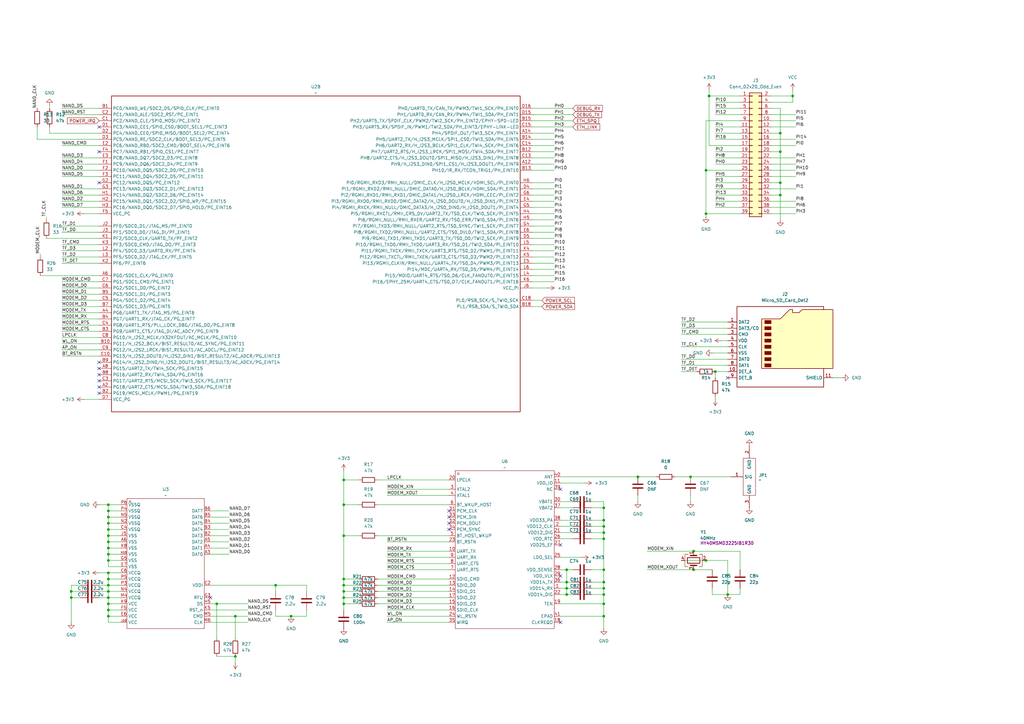
<source format=kicad_sch>
(kicad_sch (version 20231120) (generator "eeschema") (generator_version "8.0")
  (paper "A3")
  (title_block (title "Radianite Computer (Codename: Lemon Irvine)") (date "2024-09-20") (rev "0.1"))
  (junction (at 29.21 245.11))
  (junction (at 140.97 247.65))
  (junction (at 44.45 252.73))
  (junction (at 247.65 215.9))
  (junction (at 247.65 241.3))
  (junction (at 320.04 62.23))
  (junction (at 140.97 219.71))
  (junction (at 140.97 242.57))
  (junction (at 119.38 252.73))
  (junction (at 289.56 87.63))
  (junction (at 44.45 234.95))
  (junction (at 44.45 207.01))
  (junction (at 298.45 243.84))
  (junction (at 247.65 252.73))
  (junction (at 320.04 80.01))
  (junction (at 283.21 195.58))
  (junction (at 44.45 250.19))
  (junction (at 140.97 240.03))
  (junction (at 44.45 212.09))
  (junction (at 232.41 233.68))
  (junction (at 232.41 241.3))
  (junction (at 140.97 196.85))
  (junction (at 113.03 240.03))
  (junction (at 284.48 233.68))
  (junction (at 44.45 222.25))
  (junction (at 44.45 219.71))
  (junction (at 247.65 247.65))
  (junction (at 44.45 214.63))
  (junction (at 44.45 237.49))
  (junction (at 247.65 220.98))
  (junction (at 247.65 208.28))
  (junction (at 29.21 242.57))
  (junction (at 232.41 243.84))
  (junction (at 140.97 237.49))
  (junction (at 289.56 69.85))
  (junction (at 44.45 240.03))
  (junction (at 290.83 39.37))
  (junction (at 44.45 224.79))
  (junction (at 44.45 227.33))
  (junction (at 44.45 245.11))
  (junction (at 247.65 218.44))
  (junction (at 247.65 238.76))
  (junction (at 140.97 245.11))
  (junction (at 261.62 195.58))
  (junction (at 232.41 238.76))
  (junction (at 44.45 217.17))
  (junction (at 325.12 39.37))
  (junction (at 247.65 233.68))
  (junction (at 44.45 229.87))
  (junction (at 289.56 229.87))
  (junction (at 96.52 252.73))
  (junction (at 320.04 74.93))
  (junction (at 44.45 209.55))
  (junction (at 44.45 247.65))
  (junction (at 140.97 207.01))
  (junction (at 284.48 226.06))
  (junction (at 96.52 269.24))
  (junction (at 320.04 54.61))
  (junction (at 44.45 242.57))
  (junction (at 247.65 243.84))
  (junction (at 293.37 152.4))
  (junction (at 88.9 247.65))
  (junction (at 247.65 213.36))
  (no_connect (at 298.45 154.94))
  (no_connect (at 184.15 212.09))
  (no_connect (at 184.15 217.17))
  (no_connect (at 229.87 236.22))
  (no_connect (at 40.64 151.13))
  (no_connect (at 40.64 74.93))
  (no_connect (at 229.87 223.52))
  (no_connect (at 184.15 209.55))
  (no_connect (at 229.87 200.66))
  (no_connect (at 40.64 62.23))
  (no_connect (at 40.64 52.07))
  (no_connect (at 40.64 156.21))
  (no_connect (at 184.15 214.63))
  (no_connect (at 229.87 255.27))
  (no_connect (at 40.64 158.75))
  (no_connect (at 40.64 161.29))
  (no_connect (at 40.64 153.67))
  (no_connect (at 40.64 148.59))
  (no_connect (at 86.36 245.11))
  (wire (pts (xy 125.73 250.19) (xy 125.73 252.73)))
  (wire (pts (xy 25.4 130.81) (xy 40.64 130.81)))
  (wire (pts (xy 218.44 125.73) (xy 222.25 125.73)))
  (wire (pts (xy 113.03 240.03) (xy 125.73 240.03)))
  (wire (pts (xy 218.44 92.71) (xy 227.33 92.71)))
  (wire (pts (xy 247.65 252.73) (xy 247.65 257.81)))
  (wire (pts (xy 86.36 250.19) (xy 101.6 250.19)))
  (wire (pts (xy 44.45 212.09) (xy 49.53 212.09)))
  (wire (pts (xy 25.4 143.51) (xy 40.64 143.51)))
  (wire (pts (xy 247.65 218.44) (xy 247.65 215.9)))
  (wire (pts (xy 44.45 219.71) (xy 49.53 219.71)))
  (wire (pts (xy 293.37 82.55) (xy 303.53 82.55)))
  (wire (pts (xy 341.63 154.94) (xy 345.44 154.94)))
  (wire (pts (xy 25.4 105.41) (xy 40.64 105.41)))
  (wire (pts (xy 279.4 147.32) (xy 298.45 147.32)))
  (wire (pts (xy 44.45 214.63) (xy 49.53 214.63)))
  (wire (pts (xy 125.73 252.73) (xy 119.38 252.73)))
  (wire (pts (xy 229.87 218.44) (xy 234.95 218.44)))
  (wire (pts (xy 44.45 247.65) (xy 44.45 250.19)))
  (wire (pts (xy 20.32 54.61) (xy 20.32 52.07)))
  (wire (pts (xy 29.21 242.57) (xy 33.02 242.57)))
  (wire (pts (xy 293.37 152.4) (xy 298.45 152.4)))
  (wire (pts (xy 140.97 242.57) (xy 147.32 242.57)))
  (wire (pts (xy 140.97 237.49) (xy 147.32 237.49)))
  (wire (pts (xy 44.45 245.11) (xy 49.53 245.11)))
  (wire (pts (xy 229.87 195.58) (xy 261.62 195.58)))
  (wire (pts (xy 229.87 208.28) (xy 234.95 208.28)))
  (wire (pts (xy 16.51 104.14) (xy 16.51 105.41)))
  (wire (pts (xy 316.23 52.07) (xy 326.39 52.07)))
  (wire (pts (xy 96.52 252.73) (xy 101.6 252.73)))
  (wire (pts (xy 265.43 233.68) (xy 284.48 233.68)))
  (wire (pts (xy 25.4 120.65) (xy 40.64 120.65)))
  (wire (pts (xy 316.23 44.45) (xy 320.04 44.45)))
  (wire (pts (xy 25.4 128.27) (xy 40.64 128.27)))
  (wire (pts (xy 44.45 232.41) (xy 49.53 232.41)))
  (wire (pts (xy 303.53 241.3) (xy 303.53 243.84)))
  (wire (pts (xy 293.37 80.01) (xy 303.53 80.01)))
  (wire (pts (xy 34.29 163.83) (xy 40.64 163.83)))
  (wire (pts (xy 16.51 113.03) (xy 40.64 113.03)))
  (wire (pts (xy 140.97 247.65) (xy 147.32 247.65)))
  (wire (pts (xy 218.44 107.95) (xy 227.33 107.95)))
  (wire (pts (xy 86.36 217.17) (xy 93.98 217.17)))
  (wire (pts (xy 86.36 252.73) (xy 96.52 252.73)))
  (wire (pts (xy 154.94 237.49) (xy 184.15 237.49)))
  (wire (pts (xy 218.44 97.79) (xy 227.33 97.79)))
  (wire (pts (xy 292.1 144.78) (xy 298.45 144.78)))
  (wire (pts (xy 292.1 241.3) (xy 292.1 243.84)))
  (wire (pts (xy 86.36 224.79) (xy 93.98 224.79)))
  (wire (pts (xy 140.97 207.01) (xy 147.32 207.01)))
  (wire (pts (xy 242.57 243.84) (xy 247.65 243.84)))
  (wire (pts (xy 44.45 245.11) (xy 44.45 247.65)))
  (wire (pts (xy 154.94 207.01) (xy 184.15 207.01)))
  (wire (pts (xy 218.44 87.63) (xy 227.33 87.63)))
  (wire (pts (xy 279.4 132.08) (xy 298.45 132.08)))
  (wire (pts (xy 247.65 247.65) (xy 247.65 252.73)))
  (wire (pts (xy 86.36 212.09) (xy 93.98 212.09)))
  (wire (pts (xy 86.36 209.55) (xy 93.98 209.55)))
  (wire (pts (xy 229.87 233.68) (xy 232.41 233.68)))
  (wire (pts (xy 20.32 43.18) (xy 20.32 44.45)))
  (wire (pts (xy 232.41 233.68) (xy 232.41 238.76)))
  (wire (pts (xy 19.05 97.79) (xy 40.64 97.79)))
  (wire (pts (xy 158.75 252.73) (xy 184.15 252.73)))
  (wire (pts (xy 290.83 59.69) (xy 303.53 59.69)))
  (wire (pts (xy 44.45 242.57) (xy 44.45 245.11)))
  (wire (pts (xy 229.87 243.84) (xy 232.41 243.84)))
  (wire (pts (xy 218.44 102.87) (xy 227.33 102.87)))
  (wire (pts (xy 154.94 240.03) (xy 184.15 240.03)))
  (wire (pts (xy 86.36 240.03) (xy 113.03 240.03)))
  (wire (pts (xy 316.23 39.37) (xy 325.12 39.37)))
  (wire (pts (xy 25.4 92.71) (xy 40.64 92.71)))
  (wire (pts (xy 293.37 74.93) (xy 303.53 74.93)))
  (wire (pts (xy 325.12 36.83) (xy 325.12 39.37)))
  (wire (pts (xy 25.4 95.25) (xy 40.64 95.25)))
  (wire (pts (xy 232.41 241.3) (xy 234.95 241.3)))
  (wire (pts (xy 86.36 222.25) (xy 93.98 222.25)))
  (wire (pts (xy 86.36 219.71) (xy 93.98 219.71)))
  (wire (pts (xy 316.23 67.31) (xy 326.39 67.31)))
  (wire (pts (xy 44.45 242.57) (xy 49.53 242.57)))
  (wire (pts (xy 29.21 245.11) (xy 29.21 242.57)))
  (wire (pts (xy 293.37 46.99) (xy 303.53 46.99)))
  (wire (pts (xy 218.44 46.99) (xy 234.95 46.99)))
  (wire (pts (xy 293.37 57.15) (xy 303.53 57.15)))
  (wire (pts (xy 218.44 59.69) (xy 227.33 59.69)))
  (wire (pts (xy 15.24 57.15) (xy 40.64 57.15)))
  (wire (pts (xy 40.64 234.95) (xy 44.45 234.95)))
  (wire (pts (xy 298.45 243.84) (xy 298.45 229.87)))
  (wire (pts (xy 86.36 214.63) (xy 93.98 214.63)))
  (wire (pts (xy 290.83 39.37) (xy 303.53 39.37)))
  (wire (pts (xy 289.56 69.85) (xy 289.56 87.63)))
  (wire (pts (xy 44.45 250.19) (xy 49.53 250.19)))
  (wire (pts (xy 218.44 95.25) (xy 227.33 95.25)))
  (wire (pts (xy 44.45 229.87) (xy 49.53 229.87)))
  (wire (pts (xy 229.87 198.12) (xy 240.03 198.12)))
  (wire (pts (xy 44.45 247.65) (xy 49.53 247.65)))
  (wire (pts (xy 44.45 207.01) (xy 49.53 207.01)))
  (wire (pts (xy 298.45 243.84) (xy 303.53 243.84)))
  (wire (pts (xy 218.44 115.57) (xy 227.33 115.57)))
  (wire (pts (xy 218.44 57.15) (xy 227.33 57.15)))
  (wire (pts (xy 320.04 62.23) (xy 320.04 74.93)))
  (wire (pts (xy 88.9 269.24) (xy 96.52 269.24)))
  (wire (pts (xy 218.44 49.53) (xy 234.95 49.53)))
  (wire (pts (xy 242.57 220.98) (xy 247.65 220.98)))
  (wire (pts (xy 44.45 214.63) (xy 44.45 217.17)))
  (wire (pts (xy 29.21 245.11) (xy 33.02 245.11)))
  (wire (pts (xy 303.53 87.63) (xy 289.56 87.63)))
  (wire (pts (xy 229.87 228.6) (xy 238.76 228.6)))
  (wire (pts (xy 229.87 220.98) (xy 234.95 220.98)))
  (wire (pts (xy 44.45 252.73) (xy 49.53 252.73)))
  (wire (pts (xy 34.29 87.63) (xy 40.64 87.63)))
  (wire (pts (xy 293.37 152.4) (xy 293.37 154.94)))
  (wire (pts (xy 320.04 44.45) (xy 320.04 54.61)))
  (wire (pts (xy 44.45 252.73) (xy 44.45 255.27)))
  (wire (pts (xy 293.37 162.56) (xy 293.37 163.83)))
  (wire (pts (xy 242.57 215.9) (xy 247.65 215.9)))
  (wire (pts (xy 316.23 87.63) (xy 326.39 87.63)))
  (wire (pts (xy 96.52 269.24) (xy 96.52 271.78)))
  (wire (pts (xy 44.45 255.27) (xy 49.53 255.27)))
  (wire (pts (xy 140.97 207.01) (xy 140.97 219.71)))
  (wire (pts (xy 320.04 80.01) (xy 320.04 90.17)))
  (wire (pts (xy 218.44 85.09) (xy 227.33 85.09)))
  (wire (pts (xy 218.44 74.93) (xy 227.33 74.93)))
  (wire (pts (xy 293.37 77.47) (xy 303.53 77.47)))
  (wire (pts (xy 154.94 242.57) (xy 184.15 242.57)))
  (wire (pts (xy 44.45 209.55) (xy 49.53 209.55)))
  (wire (pts (xy 218.44 100.33) (xy 227.33 100.33)))
  (wire (pts (xy 125.73 240.03) (xy 125.73 242.57)))
  (wire (pts (xy 229.87 252.73) (xy 247.65 252.73)))
  (wire (pts (xy 283.21 203.2) (xy 283.21 205.74)))
  (wire (pts (xy 218.44 123.19) (xy 222.25 123.19)))
  (wire (pts (xy 88.9 247.65) (xy 101.6 247.65)))
  (wire (pts (xy 44.45 250.19) (xy 44.45 252.73)))
  (wire (pts (xy 295.91 139.7) (xy 298.45 139.7)))
  (wire (pts (xy 293.37 41.91) (xy 303.53 41.91)))
  (wire (pts (xy 316.23 74.93) (xy 320.04 74.93)))
  (wire (pts (xy 247.65 220.98) (xy 247.65 218.44)))
  (wire (pts (xy 25.4 80.01) (xy 40.64 80.01)))
  (wire (pts (xy 303.53 226.06) (xy 303.53 233.68)))
  (wire (pts (xy 96.52 252.73) (xy 96.52 261.62)))
  (wire (pts (xy 25.4 146.05) (xy 40.64 146.05)))
  (wire (pts (xy 25.4 125.73) (xy 40.64 125.73)))
  (wire (pts (xy 218.44 110.49) (xy 227.33 110.49)))
  (wire (pts (xy 25.4 77.47) (xy 40.64 77.47)))
  (wire (pts (xy 113.03 250.19) (xy 113.03 252.73)))
  (wire (pts (xy 44.45 219.71) (xy 44.45 222.25)))
  (wire (pts (xy 25.4 138.43) (xy 40.64 138.43)))
  (wire (pts (xy 316.23 69.85) (xy 326.39 69.85)))
  (wire (pts (xy 293.37 85.09) (xy 303.53 85.09)))
  (wire (pts (xy 158.75 255.27) (xy 184.15 255.27)))
  (wire (pts (xy 316.23 46.99) (xy 326.39 46.99)))
  (wire (pts (xy 25.4 133.35) (xy 40.64 133.35)))
  (wire (pts (xy 284.48 226.06) (xy 303.53 226.06)))
  (wire (pts (xy 140.97 247.65) (xy 140.97 250.19)))
  (wire (pts (xy 25.4 44.45) (xy 40.64 44.45)))
  (wire (pts (xy 232.41 238.76) (xy 234.95 238.76)))
  (wire (pts (xy 25.4 107.95) (xy 40.64 107.95)))
  (wire (pts (xy 158.75 250.19) (xy 184.15 250.19)))
  (wire (pts (xy 44.45 237.49) (xy 44.45 240.03)))
  (wire (pts (xy 320.04 74.93) (xy 320.04 80.01)))
  (wire (pts (xy 261.62 195.58) (xy 269.24 195.58)))
  (wire (pts (xy 44.45 217.17) (xy 44.45 219.71)))
  (wire (pts (xy 218.44 64.77) (xy 227.33 64.77)))
  (wire (pts (xy 289.56 87.63) (xy 289.56 88.9)))
  (wire (pts (xy 242.57 241.3) (xy 247.65 241.3)))
  (wire (pts (xy 154.94 247.65) (xy 184.15 247.65)))
  (wire (pts (xy 140.97 237.49) (xy 140.97 240.03)))
  (wire (pts (xy 325.12 41.91) (xy 316.23 41.91)))
  (wire (pts (xy 290.83 36.83) (xy 290.83 39.37)))
  (wire (pts (xy 265.43 226.06) (xy 284.48 226.06)))
  (wire (pts (xy 158.75 222.25) (xy 184.15 222.25)))
  (wire (pts (xy 25.4 59.69) (xy 40.64 59.69)))
  (wire (pts (xy 88.9 247.65) (xy 88.9 261.62)))
  (wire (pts (xy 158.75 203.2) (xy 184.15 203.2)))
  (wire (pts (xy 232.41 241.3) (xy 232.41 243.84)))
  (wire (pts (xy 218.44 80.01) (xy 227.33 80.01)))
  (wire (pts (xy 261.62 203.2) (xy 261.62 205.74)))
  (wire (pts (xy 25.4 64.77) (xy 40.64 64.77)))
  (wire (pts (xy 316.23 57.15) (xy 326.39 57.15)))
  (wire (pts (xy 293.37 64.77) (xy 303.53 64.77)))
  (wire (pts (xy 247.65 241.3) (xy 247.65 238.76)))
  (wire (pts (xy 29.21 240.03) (xy 33.02 240.03)))
  (wire (pts (xy 320.04 54.61) (xy 320.04 62.23)))
  (wire (pts (xy 40.64 242.57) (xy 44.45 242.57)))
  (wire (pts (xy 232.41 233.68) (xy 234.95 233.68)))
  (wire (pts (xy 44.45 222.25) (xy 44.45 224.79)))
  (wire (pts (xy 218.44 113.03) (xy 227.33 113.03)))
  (wire (pts (xy 140.97 245.11) (xy 147.32 245.11)))
  (wire (pts (xy 293.37 62.23) (xy 303.53 62.23)))
  (wire (pts (xy 218.44 105.41) (xy 227.33 105.41)))
  (wire (pts (xy 44.45 240.03) (xy 49.53 240.03)))
  (wire (pts (xy 44.45 217.17) (xy 49.53 217.17)))
  (wire (pts (xy 279.4 152.4) (xy 285.75 152.4)))
  (wire (pts (xy 218.44 54.61) (xy 227.33 54.61)))
  (wire (pts (xy 293.37 54.61) (xy 303.53 54.61)))
  (wire (pts (xy 218.44 90.17) (xy 227.33 90.17)))
  (wire (pts (xy 218.44 69.85) (xy 227.33 69.85)))
  (wire (pts (xy 25.4 115.57) (xy 40.64 115.57)))
  (wire (pts (xy 25.4 140.97) (xy 40.64 140.97)))
  (wire (pts (xy 276.86 195.58) (xy 283.21 195.58)))
  (wire (pts (xy 158.75 226.06) (xy 184.15 226.06)))
  (wire (pts (xy 44.45 212.09) (xy 44.45 214.63)))
  (wire (pts (xy 44.45 224.79) (xy 44.45 227.33)))
  (wire (pts (xy 242.57 238.76) (xy 247.65 238.76)))
  (wire (pts (xy 154.94 196.85) (xy 184.15 196.85)))
  (wire (pts (xy 158.75 200.66) (xy 184.15 200.66)))
  (wire (pts (xy 25.4 118.11) (xy 40.64 118.11)))
  (wire (pts (xy 86.36 255.27) (xy 101.6 255.27)))
  (wire (pts (xy 316.23 77.47) (xy 326.39 77.47)))
  (wire (pts (xy 25.4 102.87) (xy 40.64 102.87)))
  (wire (pts (xy 44.45 229.87) (xy 44.45 232.41)))
  (wire (pts (xy 303.53 49.53) (xy 289.56 49.53)))
  (wire (pts (xy 113.03 240.03) (xy 113.03 242.57)))
  (wire (pts (xy 283.21 195.58) (xy 299.72 195.58)))
  (wire (pts (xy 247.65 247.65) (xy 247.65 243.84)))
  (wire (pts (xy 316.23 85.09) (xy 326.39 85.09)))
  (wire (pts (xy 316.23 49.53) (xy 326.39 49.53)))
  (wire (pts (xy 218.44 62.23) (xy 227.33 62.23)))
  (wire (pts (xy 229.87 247.65) (xy 247.65 247.65)))
  (wire (pts (xy 218.44 44.45) (xy 234.95 44.45)))
  (wire (pts (xy 316.23 59.69) (xy 326.39 59.69)))
  (wire (pts (xy 293.37 72.39) (xy 303.53 72.39)))
  (wire (pts (xy 140.97 196.85) (xy 140.97 207.01)))
  (wire (pts (xy 44.45 227.33) (xy 49.53 227.33)))
  (wire (pts (xy 44.45 234.95) (xy 44.45 237.49)))
  (wire (pts (xy 44.45 240.03) (xy 44.45 242.57)))
  (wire (pts (xy 25.4 82.55) (xy 40.64 82.55)))
  (wire (pts (xy 29.21 255.27) (xy 29.21 245.11)))
  (wire (pts (xy 40.64 240.03) (xy 44.45 240.03)))
  (wire (pts (xy 292.1 243.84) (xy 298.45 243.84)))
  (wire (pts (xy 290.83 39.37) (xy 290.83 59.69)))
  (wire (pts (xy 247.65 238.76) (xy 247.65 233.68)))
  (wire (pts (xy 247.65 208.28) (xy 247.65 205.74)))
  (wire (pts (xy 154.94 245.11) (xy 184.15 245.11)))
  (wire (pts (xy 279.4 134.62) (xy 298.45 134.62)))
  (wire (pts (xy 247.65 233.68) (xy 242.57 233.68)))
  (wire (pts (xy 316.23 80.01) (xy 320.04 80.01)))
  (wire (pts (xy 218.44 52.07) (xy 234.95 52.07)))
  (wire (pts (xy 25.4 46.99) (xy 40.64 46.99)))
  (wire (pts (xy 316.23 82.55) (xy 326.39 82.55)))
  (wire (pts (xy 113.03 252.73) (xy 119.38 252.73)))
  (wire (pts (xy 298.45 229.87) (xy 289.56 229.87)))
  (wire (pts (xy 279.4 142.24) (xy 298.45 142.24)))
  (wire (pts (xy 316.23 62.23) (xy 320.04 62.23)))
  (wire (pts (xy 279.4 149.86) (xy 298.45 149.86)))
  (wire (pts (xy 247.65 243.84) (xy 247.65 241.3)))
  (wire (pts (xy 86.36 247.65) (xy 88.9 247.65)))
  (wire (pts (xy 25.4 100.33) (xy 40.64 100.33)))
  (wire (pts (xy 140.97 242.57) (xy 140.97 245.11)))
  (wire (pts (xy 140.97 245.11) (xy 140.97 247.65)))
  (wire (pts (xy 232.41 238.76) (xy 232.41 241.3)))
  (wire (pts (xy 289.56 229.87) (xy 279.4 229.87)))
  (wire (pts (xy 44.45 222.25) (xy 49.53 222.25)))
  (wire (pts (xy 40.64 207.01) (xy 44.45 207.01)))
  (wire (pts (xy 242.57 213.36) (xy 247.65 213.36)))
  (wire (pts (xy 242.57 218.44) (xy 247.65 218.44)))
  (wire (pts (xy 284.48 233.68) (xy 292.1 233.68)))
  (wire (pts (xy 303.53 69.85) (xy 289.56 69.85)))
  (wire (pts (xy 316.23 54.61) (xy 320.04 54.61)))
  (wire (pts (xy 86.36 227.33) (xy 93.98 227.33)))
  (wire (pts (xy 140.97 240.03) (xy 147.32 240.03)))
  (wire (pts (xy 29.21 242.57) (xy 29.21 240.03)))
  (wire (pts (xy 140.97 240.03) (xy 140.97 242.57)))
  (wire (pts (xy 44.45 209.55) (xy 44.45 212.09)))
  (wire (pts (xy 19.05 88.9) (xy 19.05 90.17)))
  (wire (pts (xy 247.65 215.9) (xy 247.65 213.36)))
  (wire (pts (xy 229.87 238.76) (xy 232.41 238.76)))
  (wire (pts (xy 154.94 219.71) (xy 184.15 219.71)))
  (wire (pts (xy 25.4 85.09) (xy 40.64 85.09)))
  (wire (pts (xy 293.37 67.31) (xy 303.53 67.31)))
  (wire (pts (xy 158.75 231.14) (xy 184.15 231.14)))
  (wire (pts (xy 158.75 233.68) (xy 184.15 233.68)))
  (wire (pts (xy 25.4 123.19) (xy 40.64 123.19)))
  (wire (pts (xy 25.4 135.89) (xy 40.64 135.89)))
  (wire (pts (xy 218.44 77.47) (xy 227.33 77.47)))
  (wire (pts (xy 25.4 69.85) (xy 40.64 69.85)))
  (wire (pts (xy 140.97 219.71) (xy 140.97 237.49)))
  (wire (pts (xy 279.4 137.16) (xy 298.45 137.16)))
  (wire (pts (xy 316.23 72.39) (xy 326.39 72.39)))
  (wire (pts (xy 289.56 49.53) (xy 289.56 69.85)))
  (wire (pts (xy 229.87 205.74) (xy 234.95 205.74)))
  (wire (pts (xy 242.57 208.28) (xy 247.65 208.28)))
  (wire (pts (xy 25.4 67.31) (xy 40.64 67.31)))
  (wire (pts (xy 229.87 215.9) (xy 234.95 215.9)))
  (wire (pts (xy 247.65 205.74) (xy 242.57 205.74)))
  (wire (pts (xy 247.65 213.36) (xy 247.65 208.28)))
  (wire (pts (xy 25.4 72.39) (xy 40.64 72.39)))
  (wire (pts (xy 15.24 52.07) (xy 15.24 57.15)))
  (wire (pts (xy 229.87 213.36) (xy 234.95 213.36)))
  (wire (pts (xy 316.23 64.77) (xy 326.39 64.77)))
  (wire (pts (xy 247.65 233.68) (xy 247.65 220.98)))
  (wire (pts (xy 140.97 193.04) (xy 140.97 196.85)))
  (wire (pts (xy 293.37 44.45) (xy 303.53 44.45)))
  (wire (pts (xy 140.97 219.71) (xy 147.32 219.71)))
  (wire (pts (xy 44.45 237.49) (xy 49.53 237.49)))
  (wire (pts (xy 218.44 67.31) (xy 227.33 67.31)))
  (wire (pts (xy 44.45 224.79) (xy 49.53 224.79)))
  (wire (pts (xy 325.12 39.37) (xy 325.12 41.91)))
  (wire (pts (xy 40.64 54.61) (xy 20.32 54.61)))
  (wire (pts (xy 44.45 207.01) (xy 44.45 209.55)))
  (wire (pts (xy 229.87 241.3) (xy 232.41 241.3)))
  (wire (pts (xy 44.45 234.95) (xy 49.53 234.95)))
  (wire (pts (xy 232.41 243.84) (xy 234.95 243.84)))
  (wire (pts (xy 218.44 118.11) (xy 224.79 118.11)))
  (wire (pts (xy 44.45 227.33) (xy 44.45 229.87)))
  (wire (pts (xy 218.44 82.55) (xy 227.33 82.55)))
  (wire (pts (xy 158.75 228.6) (xy 184.15 228.6)))
  (wire (pts (xy 40.64 245.11) (xy 44.45 245.11)))
  (wire (pts (xy 140.97 196.85) (xy 147.32 196.85)))
  (wire (pts (xy 293.37 52.07) (xy 303.53 52.07)))
  (label "MODEM_RTS" (at 25.4 133.35 0))
  (label "PI2" (at 227.33 80.01 0))
  (label "PI12" (at 293.37 46.99 0))
  (label "MODEM_XIN" (at 158.75 200.66 0))
  (label "PI12" (at 227.33 105.41 0))
  (label "MODEM_XOUT" (at 158.75 203.2 0))
  (label "MODEM_CMD" (at 25.4 115.57 0))
  (label "PH3" (at 227.33 52.07 0))
  (label "PI15" (at 227.33 113.03 0))
  (label "MODEM_D3" (at 25.4 125.73 0))
  (label "PI3" (at 293.37 74.93 0))
  (label "NAND_D7" (at 25.4 85.09 0))
  (label "NAND_D6" (at 25.4 80.01 0))
  (label "MODEM_D2" (at 158.75 245.11 0))
  (label "TF_CMD" (at 279.4 137.16 0))
  (label "MODEM_RX" (at 158.75 226.06 0))
  (label "PI6" (at 227.33 90.17 0))
  (label "PI0" (at 326.39 59.69 0))
  (label "MODEM_D1" (at 158.75 242.57 0))
  (label "MODEM_CMD" (at 158.75 237.49 0))
  (label "NAND_D4" (at 25.4 67.31 0))
  (label "TF_DET" (at 279.4 152.4 0))
  (label "AP_ON" (at 158.75 255.27 0))
  (label "MODEM_D3" (at 158.75 247.65 0))
  (label "MODEM_CLK" (at 158.75 250.19 0))
  (label "PI8" (at 227.33 95.25 0))
  (label "NAND_D2" (at 93.98 222.25 0))
  (label "PH6" (at 227.33 59.69 0))
  (label "TF_D0" (at 25.4 95.25 0))
  (label "NAND_D1" (at 93.98 224.79 0))
  (label "PH8" (at 227.33 64.77 0))
  (label "PH5" (at 293.37 72.39 0))
  (label "TF_D1" (at 25.4 92.71 0))
  (label "PH2" (at 227.33 49.53 0))
  (label "NAND_CMD" (at 101.6 252.73 0))
  (label "PH8" (at 293.37 64.77 0))
  (label "PI5" (at 326.39 49.53 0))
  (label "PH4" (at 293.37 82.55 0))
  (label "PH4" (at 227.33 54.61 0))
  (label "PI16" (at 293.37 57.15 0))
  (label "PI14" (at 227.33 110.49 0))
  (label "TF_D2" (at 279.4 132.08 0))
  (label "NAND_CLK" (at 15.24 44.45 90))
  (label "BT_RSTN" (at 25.4 146.05 0))
  (label "NAND_D4" (at 93.98 217.17 0))
  (label "PI10" (at 293.37 41.91 0))
  (label "MODEM_D0" (at 25.4 118.11 0))
  (label "AP_ON" (at 25.4 143.51 0))
  (label "PI11" (at 326.39 46.99 0))
  (label "PH9" (at 326.39 72.39 0))
  (label "WL_ON" (at 25.4 140.97 0))
  (label "PI16" (at 227.33 115.57 0))
  (label "PI11" (at 227.33 102.87 0))
  (label "PH10" (at 227.33 69.85 0))
  (label "MODEM_XOUT" (at 265.43 233.68 0))
  (label "MODEM_TX" (at 158.75 228.6 0))
  (label "NAND_RST" (at 25.4 46.99 0))
  (label "PH0" (at 293.37 67.31 0))
  (label "MODEM_D0" (at 158.75 240.03 0))
  (label "NAND_CLK" (at 101.6 255.27 0))
  (label "PI7" (at 293.37 54.61 0))
  (label "WL_ON" (at 158.75 252.73 0))
  (label "MODEM_TX" (at 25.4 128.27 0))
  (label "PH1" (at 227.33 46.99 0))
  (label "TF_CLK" (at 279.4 142.24 0))
  (label "PI13" (at 293.37 80.01 0))
  (label "MODEM_RTS" (at 158.75 231.14 0))
  (label "PI2" (at 293.37 62.23 0))
  (label "PH3" (at 326.39 87.63 0))
  (label "PH5" (at 227.33 57.15 0))
  (label "TF_D0" (at 279.4 147.32 0))
  (label "PI4" (at 227.33 85.09 0))
  (label "MODEM_RX" (at 25.4 130.81 0))
  (label "PH7" (at 326.39 67.31 0))
  (label "PI10" (at 227.33 100.33 0))
  (label "NAND_D2" (at 25.4 82.55 0))
  (label "BT_RSTN" (at 158.75 222.25 0))
  (label "MODEM_XIN" (at 265.43 226.06 0))
  (label "TF_DET" (at 25.4 107.95 0))
  (label "NAND_D6" (at 93.98 212.09 0))
  (label "NAND_D3" (at 93.98 219.71 0))
  (label "PH6" (at 326.39 85.09 0))
  (label "MODEM_CTS" (at 25.4 135.89 0))
  (label "TF_D3" (at 279.4 134.62 0))
  (label "NAND_D7" (at 93.98 209.55 0))
  (label "TF_CMD" (at 25.4 100.33 0))
  (label "PI13" (at 227.33 107.95 0))
  (label "PH1" (at 326.39 64.77 0))
  (label "TF_D1" (at 279.4 149.86 0))
  (label "MODEM_D1" (at 25.4 120.65 0))
  (label "MODEM_CTS" (at 158.75 233.68 0))
  (label "TF_D2" (at 25.4 105.41 0))
  (label "NAND_DS" (at 25.4 44.45 0))
  (label "PH10" (at 326.39 69.85 0))
  (label "NAND_D0" (at 93.98 227.33 0))
  (label "NAND_D5" (at 93.98 214.63 0))
  (label "MODEM_D2" (at 25.4 123.19 0))
  (label "PI8" (at 326.39 82.55 0))
  (label "NAND_D3" (at 25.4 64.77 0))
  (label "PI9" (at 293.37 77.47 0))
  (label "PI1" (at 227.33 77.47 0))
  (label "LPCLK" (at 25.4 138.43 0))
  (label "PH2" (at 293.37 85.09 0))
  (label "NAND_D1" (at 25.4 77.47 0))
  (label "NAND_D0" (at 25.4 69.85 0))
  (label "PI5" (at 227.33 87.63 0))
  (label "LPCLK" (at 158.75 196.85 0))
  (label "PI4" (at 293.37 52.07 0))
  (label "NAND_RST" (at 101.6 250.19 0))
  (label "NAND_DS" (at 101.6 247.65 0))
  (label "NAND_D5" (at 25.4 72.39 0))
  (label "PH0" (at 227.33 44.45 0))
  (label "PI1" (at 326.39 77.47 0))
  (label "TF_D3" (at 25.4 102.87 0))
  (label "PI15" (at 293.37 44.45 0))
  (label "PI3" (at 227.33 82.55 0))
  (label "PH7" (at 227.33 62.23 0))
  (label "PI6" (at 326.39 52.07 0))
  (label "TF_CLK" (at 19.05 88.9 90))
  (label "NAND_CMD" (at 25.4 59.69 0))
  (label "PI9" (at 227.33 97.79 0))
  (label "PI14" (at 326.39 57.15 0))
  (label "PH9" (at 227.33 67.31 0))
  (label "PI0" (at 227.33 74.93 0))
  (label "MODEM_CLK" (at 16.51 104.14 90))
  (label "PI7" (at 227.33 92.71 0))
  (global_label "POWER_SCL" (shape input) (at 222.25 123.19 0) (property "Intersheetrefs" "${INTERSHEET_REFS}" (effects (hide yes))))
  (global_label "DEBUG_RX" (shape input) (at 234.95 44.45 0) (property "Intersheetrefs" "${INTERSHEET_REFS}" (effects (hide yes))))
  (global_label "ETH_LINK" (shape input) (at 234.95 52.07 0) (property "Intersheetrefs" "${INTERSHEET_REFS}" (effects (hide yes))))
  (global_label "POWER_SDA" (shape input) (at 222.25 125.73 0) (property "Intersheetrefs" "${INTERSHEET_REFS}" (effects (hide yes))))
  (global_label "POWER_IRQ" (shape input) (at 40.64 49.53 180) (property "Intersheetrefs" "${INTERSHEET_REFS}" (effects (hide yes))))
  (global_label "ETH_SPQ" (shape input) (at 234.95 49.53 0) (property "Intersheetrefs" "${INTERSHEET_REFS}" (effects (hide yes))))
  (global_label "DEBUG_TX" (shape input) (at 234.95 46.99 0) (property "Intersheetrefs" "${INTERSHEET_REFS}" (effects (hide yes))))
  (symbol (lib_id "Device:R") (at 151.13 237.49 90) (unit 1)
    (property "Reference" "R21" (at 146.558 236.474 90))
    (property "Value" "47k" (at 151.13 237.49 90))
    (property "Footprint" "Resistor_SMD:R_0402_1005Metric" (effects (hide yes)))
    (property "Description" "Resistor" (effects (hide yes)))
  )
  (symbol (lib_id "Device:R") (at 289.56 152.4 90) (unit 1)
    (property "Reference" "R14" (at 289.56 154.94 90))
    (property "Value" "1k" (at 289.56 152.4 90))
    (property "Footprint" "Resistor_SMD:R_0402_1005Metric" (effects (hide yes)))
    (property "Description" "Resistor" (effects (hide yes)))
  )
  (symbol (lib_id "Device:R") (at 151.13 196.85 90) (unit 1)
    (property "Reference" "R17" (at 151.13 190.5 90))
    (property "Value" "47k" (at 151.13 193.04 90))
    (property "Footprint" "Resistor_SMD:R_0402_1005Metric" (effects (hide yes)))
    (property "Description" "Resistor" (effects (hide yes)))
  )
  (symbol (lib_id "Device:R") (at 151.13 242.57 90) (unit 1)
    (property "Reference" "R23" (at 146.558 241.554 90))
    (property "Value" "47k" (at 151.13 242.57 90))
    (property "Footprint" "Resistor_SMD:R_0402_1005Metric" (effects (hide yes)))
    (property "Description" "Resistor" (effects (hide yes)))
  )
  (symbol (lib_id "ProjectLemonIrvine:EMMC BGA153") (at 67.31 232.41 0) (unit 1)
    (property "Reference" "U3" (at 67.945 200.66 0))
    (property "Value" "~" (at 67.945 203.2 0))
    (property "Footprint" "footprints:FBGA-153_L13.0-W11.5" (effects (hide yes)))
    (property "Manufacturer Part" "EMMC04G-M627-A01" (effects (hide yes)))
    (property "Manufacturer" "Kingston(金士顿)" (effects (hide yes)))
    (property "Supplier Part" "C577446" (effects (hide yes)))
    (property "Supplier" "LCSC" (effects (hide yes)))
  )
  (symbol (lib_id "power:GND") (at 283.21 205.74 0) (unit 1)
    (property "Reference" "#PWR068" (effects (hide yes)))
    (property "Value" "GND" (at 283.21 210.82 0))
    (property "Description" "Power symbol creates a global label with name \"GND\" , ground" (effects (hide yes)))
  )
  (symbol (lib_id "power:GND") (at 292.1 144.78 270) (unit 1)
    (property "Reference" "#PWR082" (effects (hide yes)))
    (property "Value" "GND" (at 288.29 144.7799 90) (effects (justify right)))
    (property "Description" "Power symbol creates a global label with name \"GND\" , ground" (effects (hide yes)))
  )
  (symbol (lib_id "Device:C") (at 303.53 237.49 0) (unit 1)
    (property "Reference" "C84" (at 307.34 236.2199 0) (effects (justify left)))
    (property "Value" "22p" (at 307.34 238.7599 0) (effects (justify left)))
    (property "Footprint" "Capacitor_SMD:C_0402_1005Metric" (effects (hide yes)))
    (property "Description" "Unpolarized capacitor" (effects (hide yes)))
  )
  (symbol (lib_id "power:GND") (at 40.64 207.01 270) (unit 1)
    (property "Reference" "#PWR076" (effects (hide yes)))
    (property "Value" "GND" (at 36.83 207.0099 90) (effects (justify right)))
    (property "Description" "Power symbol creates a global label with name \"GND\" , ground" (effects (hide yes)))
  )
  (symbol (lib_id "Device:R") (at 151.13 245.11 90) (unit 1)
    (property "Reference" "R24" (at 146.558 244.094 90))
    (property "Value" "47k" (at 151.13 245.11 90))
    (property "Footprint" "Resistor_SMD:R_0402_1005Metric" (effects (hide yes)))
    (property "Description" "Resistor" (effects (hide yes)))
  )
  (symbol (lib_id "Device:R") (at 96.52 265.43 0) (unit 1)
    (property "Reference" "R27" (at 99.06 264.1599 0) (effects (justify left)))
    (property "Value" "47k" (at 99.06 266.6999 0) (effects (justify left)))
    (property "Footprint" "Resistor_SMD:R_0402_1005Metric" (effects (hide yes)))
    (property "Description" "Resistor" (effects (hide yes)))
  )
  (symbol (lib_id "power:+3V3") (at 140.97 193.04 0) (unit 1)
    (property "Reference" "#PWR046" (effects (hide yes)))
    (property "Value" "+3V3" (at 140.97 187.96 0))
    (property "Description" "Power symbol creates a global label with name \"+3V3\"" (effects (hide yes)))
  )
  (symbol (lib_id "ProjectLemonIrvine:H616-BGA-190823") (at 129.54 107.95 0) (unit 2)
    (property "Reference" "U2" (at 129.54 35.56 0))
    (property "Value" "~" (at 129.54 38.1 0))
    (property "Footprint" "footprints:BGA284P65B1200_1400H125" (effects (hide yes)))
  )
  (symbol (lib_id "Device:R") (at 151.13 207.01 90) (unit 1)
    (property "Reference" "R19" (at 151.13 200.66 90))
    (property "Value" "47k" (at 151.13 203.2 90))
    (property "Footprint" "Resistor_SMD:R_0402_1005Metric" (effects (hide yes)))
    (property "Description" "Resistor" (effects (hide yes)))
  )
  (symbol (lib_id "Device:R") (at 19.05 93.98 180) (unit 1)
    (property "Reference" "R16" (at 21.59 92.7099 0) (effects (justify right)))
    (property "Value" "33" (at 21.59 95.2499 0) (effects (justify right)))
    (property "Footprint" "Resistor_SMD:R_0402_1005Metric" (effects (hide yes)))
    (property "Description" "Resistor" (effects (hide yes)))
  )
  (symbol (lib_id "power:GND") (at 307.34 208.28 0) (unit 1)
    (property "Reference" "#PWR069" (effects (hide yes)))
    (property "Value" "GND" (at 307.34 213.36 0))
    (property "Description" "Power symbol creates a global label with name \"GND\" , ground" (effects (hide yes)))
  )
  (symbol (lib_id "Device:C") (at 238.76 220.98 90) (unit 1)
    (property "Reference" "C73" (at 235.458 217.424 90))
    (property "Value" "1u" (at 241.3 217.424 90))
    (property "Footprint" "Capacitor_SMD:C_0402_1005Metric" (effects (hide yes)))
    (property "Description" "Unpolarized capacitor" (effects (hide yes)))
  )
  (symbol (lib_id "power:+3V3") (at 34.29 87.63 90) (unit 1)
    (property "Reference" "#PWR078" (effects (hide yes)))
    (property "Value" "+3V3" (at 30.48 87.6299 90) (effects (justify left)))
    (property "Description" "Power symbol creates a global label with name \"+3V3\"" (effects (hide yes)))
  )
  (symbol (lib_id "Device:C") (at 238.76 243.84 90) (unit 1)
    (property "Reference" "C83" (at 235.712 242.824 90))
    (property "Value" "1u" (at 241.3 242.824 90))
    (property "Footprint" "Capacitor_SMD:C_0402_1005Metric" (effects (hide yes)))
    (property "Description" "Unpolarized capacitor" (effects (hide yes)))
  )
  (symbol (lib_id "Device:C") (at 36.83 242.57 90) (unit 1)
    (property "Reference" "C76" (at 33.782 241.3 90))
    (property "Value" "2.2u" (at 40.386 241.3 90))
    (property "Footprint" "Capacitor_SMD:C_0402_1005Metric" (effects (hide yes)))
    (property "Description" "Unpolarized capacitor" (effects (hide yes)))
  )
  (symbol (lib_id "power:GND") (at 247.65 257.81 0) (unit 1)
    (property "Reference" "#PWR073" (effects (hide yes)))
    (property "Value" "GND" (at 247.65 262.89 0))
    (property "Description" "Power symbol creates a global label with name \"GND\" , ground" (effects (hide yes)))
  )
  (symbol (lib_id "Device:R") (at 16.51 109.22 0) (unit 1)
    (property "Reference" "R26" (at 19.05 107.9499 0) (effects (justify left)))
    (property "Value" "33" (at 19.05 110.4899 0) (effects (justify left)))
    (property "Footprint" "Resistor_SMD:R_0402_1005Metric" (effects (hide yes)))
    (property "Description" "Resistor" (effects (hide yes)))
  )
  (symbol (lib_id "Device:C") (at 238.76 238.76 90) (unit 1)
    (property "Reference" "C81" (at 235.712 237.744 90))
    (property "Value" "1u" (at 241.3 237.744 90))
    (property "Footprint" "Capacitor_SMD:C_0402_1005Metric" (effects (hide yes)))
    (property "Description" "Unpolarized capacitor" (effects (hide yes)))
  )
  (symbol (lib_id "Device:C") (at 36.83 245.11 90) (unit 1)
    (property "Reference" "C77" (at 33.782 243.84 90))
    (property "Value" "2.2u" (at 40.386 243.84 90))
    (property "Footprint" "Capacitor_SMD:C_0402_1005Metric" (effects (hide yes)))
    (property "Description" "Unpolarized capacitor" (effects (hide yes)))
  )
  (symbol (lib_id "Device:C") (at 36.83 240.03 90) (unit 1)
    (property "Reference" "C75" (at 33.782 238.76 90))
    (property "Value" "2.2u" (at 40.386 238.76 90))
    (property "Footprint" "Capacitor_SMD:C_0402_1005Metric" (effects (hide yes)))
    (property "Description" "Unpolarized capacitor" (effects (hide yes)))
  )
  (symbol (lib_id "Device:R") (at 151.13 247.65 90) (unit 1)
    (property "Reference" "R25" (at 146.558 246.634 90))
    (property "Value" "47k" (at 151.13 247.65 90))
    (property "Footprint" "Resistor_SMD:R_0402_1005Metric" (effects (hide yes)))
    (property "Description" "Resistor" (effects (hide yes)))
  )
  (symbol (lib_id "Connector_Generic:Conn_02x20_Odd_Even") (at 308.61 62.23 0) (unit 1)
    (property "Reference" "J3" (at 309.88 33.02 0))
    (property "Value" "Conn_02x20_Odd_Even" (at 309.88 35.56 0))
    (property "Footprint" "Connector_PinHeader_2.54mm:PinHeader_2x20_P2.54mm_Vertical" (effects (hide yes)))
    (property "Description" "Generic connector, double row, 02x20, odd/even pin numbering scheme (row 1 odd numbers, row 2 even numbers), script generated (kicad-library-utils/schlib/autogen/connector/)" (effects (hide yes)))
  )
  (symbol (lib_id "power:+3V3") (at 295.91 139.7 90) (unit 1)
    (property "Reference" "#PWR081" (effects (hide yes)))
    (property "Value" "+3V3" (at 292.1 139.6999 90) (effects (justify left)))
    (property "Description" "Power symbol creates a global label with name \"+3V3\"" (effects (hide yes)))
  )
  (symbol (lib_id "power:GND") (at 320.04 90.17 0) (unit 1)
    (property "Reference" "#PWR055" (effects (hide yes)))
    (property "Value" "GND" (at 320.04 95.25 0))
    (property "Description" "Power symbol creates a global label with name \"GND\" , ground" (effects (hide yes)))
  )
  (symbol (lib_id "Device:R") (at 293.37 158.75 0) (unit 1)
    (property "Reference" "R15" (at 295.91 157.4799 0) (effects (justify left)))
    (property "Value" "47k" (at 295.91 160.0199 0) (effects (justify left)))
    (property "Footprint" "Resistor_SMD:R_0402_1005Metric" (effects (hide yes)))
    (property "Description" "Resistor" (effects (hide yes)))
  )
  (symbol (lib_id "power:GND") (at 261.62 205.74 0) (unit 1)
    (property "Reference" "#PWR067" (effects (hide yes)))
    (property "Value" "GND" (at 261.62 210.82 0))
    (property "Description" "Power symbol creates a global label with name \"GND\" , ground" (effects (hide yes)))
  )
  (symbol (lib_id "Device:C") (at 238.76 241.3 90) (unit 1)
    (property "Reference" "C82" (at 235.712 240.284 90))
    (property "Value" "1u" (at 241.3 240.284 90))
    (property "Footprint" "Capacitor_SMD:C_0402_1005Metric" (effects (hide yes)))
    (property "Description" "Unpolarized capacitor" (effects (hide yes)))
  )
  (symbol (lib_id "power:GND") (at 140.97 257.81 0) (unit 1)
    (property "Reference" "#PWR048" (effects (hide yes)))
    (property "Value" "GND" (at 140.97 262.89 0))
    (property "Description" "Power symbol creates a global label with name \"GND\" , ground" (effects (hide yes)))
  )
  (symbol (lib_id "power:+3V3") (at 96.52 271.78 180) (unit 1)
    (property "Reference" "#PWR02" (effects (hide yes)))
    (property "Value" "+3V3" (at 96.52 276.86 0))
    (property "Description" "Power symbol creates a global label with name \"+3V3\"" (effects (hide yes)))
  )
  (symbol (lib_id "Device:C") (at 238.76 233.68 90) (unit 1)
    (property "Reference" "C74" (at 235.458 230.124 90))
    (property "Value" "1u" (at 241.3 230.124 90))
    (property "Footprint" "Capacitor_SMD:C_0402_1005Metric" (effects (hide yes)))
    (property "Description" "Unpolarized capacitor" (effects (hide yes)))
  )
  (symbol (lib_id "Device:C") (at 140.97 254 0) (unit 1)
    (property "Reference" "C80" (at 144.78 252.7299 0) (effects (justify left)))
    (property "Value" "100n" (at 144.78 255.2699 0) (effects (justify left)))
    (property "Footprint" "Capacitor_SMD:C_0402_1005Metric" (effects (hide yes)))
    (property "Description" "Unpolarized capacitor" (effects (hide yes)))
  )
  (symbol (lib_id "power:+3V3") (at 34.29 163.83 90) (unit 1)
    (property "Reference" "#PWR079" (effects (hide yes)))
    (property "Value" "+3V3" (at 30.48 163.8299 90) (effects (justify left)))
    (property "Description" "Power symbol creates a global label with name \"+3V3\"" (effects (hide yes)))
  )
  (symbol (lib_id "Device:C") (at 125.73 246.38 0) (unit 1)
    (property "Reference" "C79" (at 129.54 245.1099 0) (effects (justify left)))
    (property "Value" "2.2u" (at 129.54 247.6499 0) (effects (justify left)))
    (property "Footprint" "Capacitor_SMD:C_0402_1005Metric" (effects (hide yes)))
    (property "Description" "Unpolarized capacitor" (effects (hide yes)))
  )
  (symbol (lib_id "power:GND") (at 119.38 252.73 0) (unit 1)
    (property "Reference" "#PWR077" (effects (hide yes)))
    (property "Value" "GND" (at 119.38 257.81 0))
    (property "Description" "Power symbol creates a global label with name \"GND\" , ground" (effects (hide yes)))
  )
  (symbol (lib_id "power:+3V3") (at 240.03 198.12 270) (unit 1)
    (property "Reference" "#PWR071" (effects (hide yes)))
    (property "Value" "+3V3" (at 243.84 198.1199 90) (effects (justify left)))
    (property "Description" "Power symbol creates a global label with name \"+3V3\"" (effects (hide yes)))
  )
  (symbol (lib_id "power:GND") (at 29.21 255.27 0) (unit 1)
    (property "Reference" "#PWR075" (effects (hide yes)))
    (property "Value" "GND" (at 29.21 260.35 0))
    (property "Description" "Power symbol creates a global label with name \"GND\" , ground" (effects (hide yes)))
  )
  (symbol (lib_id "Device:C") (at 283.21 199.39 0) (unit 1)
    (property "Reference" "C67" (at 287.02 198.1199 0) (effects (justify left)))
    (property "Value" "DNF" (at 287.02 200.6599 0) (effects (justify left)))
    (property "Footprint" "Capacitor_SMD:C_0402_1005Metric" (effects (hide yes)))
    (property "Description" "Unpolarized capacitor" (effects (hide yes)))
  )
  (symbol (lib_id "Device:C") (at 261.62 199.39 0) (unit 1)
    (property "Reference" "C66" (at 265.43 198.1199 0) (effects (justify left)))
    (property "Value" "DNF" (at 265.43 200.6599 0) (effects (justify left)))
    (property "Footprint" "Capacitor_SMD:C_0603_1608Metric" (effects (hide yes)))
    (property "Description" "Unpolarized capacitor" (effects (hide yes)))
  )
  (symbol (lib_id "power:+3V3") (at 238.76 228.6 270) (unit 1)
    (property "Reference" "#PWR072" (effects (hide yes)))
    (property "Value" "+3V3" (at 242.57 228.5999 90) (effects (justify left)))
    (property "Description" "Power symbol creates a global label with name \"+3V3\"" (effects (hide yes)))
  )
  (symbol (lib_id "Connector:Micro_SD_Card_Det2") (at 321.31 142.24 0) (unit 1)
    (property "Reference" "J2" (at 321.945 120.65 0))
    (property "Value" "Micro_SD_Card_Det2" (at 321.945 123.19 0))
    (property "Footprint" "Connector_Card:microSD_HC_Molex_104031-0811" (effects (hide yes)))
    (property "Datasheet" "https://www.hirose.com/en/product/document?clcode=&productname=&series=DM3&documenttype=Catalog&lang=en&documentid=D49662_en" (effects (hide yes)))
    (property "Description" "Micro SD Card Socket with two card detection pins" (effects (hide yes)))
  )
  (symbol (lib_id "Device:R") (at 151.13 240.03 90) (unit 1)
    (property "Reference" "R22" (at 146.558 239.014 90))
    (property "Value" "47k" (at 151.13 240.03 90))
    (property "Footprint" "Resistor_SMD:R_0402_1005Metric" (effects (hide yes)))
    (property "Description" "Resistor" (effects (hide yes)))
  )
  (symbol (lib_id "power:GND") (at 345.44 154.94 90) (unit 1)
    (property "Reference" "#PWR049" (effects (hide yes)))
    (property "Value" "GND" (at 349.25 154.9399 90) (effects (justify right)))
    (property "Description" "Power symbol creates a global label with name \"GND\" , ground" (effects (hide yes)))
  )
  (symbol (lib_id "Device:R") (at 88.9 265.43 0) (unit 1)
    (property "Reference" "R28" (at 91.44 264.1599 0) (effects (justify left)))
    (property "Value" "47k" (at 91.44 266.6999 0) (effects (justify left)))
    (property "Footprint" "Resistor_SMD:R_0402_1005Metric" (effects (hide yes)))
    (property "Description" "Resistor" (effects (hide yes)))
  )
  (symbol (lib_id "power:+3V3") (at 40.64 234.95 90) (unit 1)
    (property "Reference" "#PWR074" (effects (hide yes)))
    (property "Value" "+3V3" (at 36.83 234.9499 90) (effects (justify left)))
    (property "Description" "Power symbol creates a global label with name \"+3V3\"" (effects (hide yes)))
  )
  (symbol (lib_id "Device:R") (at 20.32 48.26 180) (unit 1)
    (property "Reference" "R12" (at 22.86 46.9899 0) (effects (justify right)))
    (property "Value" "47k" (at 22.86 49.5299 0) (effects (justify right)))
    (property "Footprint" "Resistor_SMD:R_0402_1005Metric" (effects (hide yes)))
    (property "Description" "Resistor" (effects (hide yes)))
  )
  (symbol (lib_id "Device:R") (at 15.24 48.26 180) (unit 1)
    (property "Reference" "R13" (at 17.78 46.9899 0) (effects (justify right)))
    (property "Value" "33" (at 17.78 49.5299 0) (effects (justify right)))
    (property "Footprint" "Resistor_SMD:R_0402_1005Metric" (effects (hide yes)))
    (property "Description" "Resistor" (effects (hide yes)))
  )
  (symbol (lib_id "power:GND") (at 20.32 43.18 180) (unit 1)
    (property "Reference" "#PWR080" (effects (hide yes)))
    (property "Value" "GND" (at 20.32 38.1 0))
    (property "Description" "Power symbol creates a global label with name \"GND\" , ground" (effects (hide yes)))
  )
  (symbol (lib_id "Device:C") (at 238.76 213.36 90) (unit 1)
    (property "Reference" "C70" (at 235.458 209.804 90))
    (property "Value" "1u" (at 241.3 209.804 90))
    (property "Footprint" "Capacitor_SMD:C_0402_1005Metric" (effects (hide yes)))
    (property "Description" "Unpolarized capacitor" (effects (hide yes)))
  )
  (symbol (lib_id "power:+3V3") (at 290.83 36.83 0) (unit 1)
    (property "Reference" "#PWR050" (effects (hide yes)))
    (property "Value" "+3V3" (at 290.83 31.75 0))
    (property "Description" "Power symbol creates a global label with name \"+3V3\"" (effects (hide yes)))
  )
  (symbol (lib_id "Device:C") (at 238.76 218.44 90) (unit 1)
    (property "Reference" "C72" (at 235.458 214.884 90))
    (property "Value" "1u" (at 241.3 214.884 90))
    (property "Footprint" "Capacitor_SMD:C_0402_1005Metric" (effects (hide yes)))
    (property "Description" "Unpolarized capacitor" (effects (hide yes)))
  )
  (symbol (lib_id "Device:R") (at 273.05 195.58 90) (unit 1)
    (property "Reference" "R18" (at 273.05 189.23 90))
    (property "Value" "0" (at 273.05 191.77 90))
    (property "Footprint" "Resistor_SMD:R_0402_1005Metric" (effects (hide yes)))
    (property "Description" "Resistor" (effects (hide yes)))
  )
  (symbol (lib_id "Device:C") (at 238.76 215.9 90) (unit 1)
    (property "Reference" "C71" (at 235.458 212.344 90))
    (property "Value" "1u" (at 241.3 212.344 90))
    (property "Footprint" "Capacitor_SMD:C_0402_1005Metric" (effects (hide yes)))
    (property "Description" "Unpolarized capacitor" (effects (hide yes)))
  )
  (symbol (lib_id "ProjectLemonIrvine:XR829") (at 207.01 226.06 0) (unit 1)
    (property "Reference" "U6" (at 207.01 189.23 0))
    (property "Value" "~" (at 207.01 191.77 0))
    (property "Footprint" "footprints:QFN-40_L5.0-W5.0-P0.40-BL-EP3.4" (effects (hide yes)))
    (property "Manufacturer" "Allwinner" (effects (hide yes)))
  )
  (symbol (lib_id "power:VCC") (at 325.12 36.83 0) (unit 1)
    (property "Reference" "#PWR052" (effects (hide yes)))
    (property "Value" "VCC" (at 325.12 31.75 0))
    (property "Description" "Power symbol creates a global label with name \"VCC\"" (effects (hide yes)))
  )
  (symbol (lib_id "Device:R") (at 151.13 219.71 90) (unit 1)
    (property "Reference" "R20" (at 151.13 213.36 90))
    (property "Value" "47k" (at 151.13 215.9 90))
    (property "Footprint" "Resistor_SMD:R_0402_1005Metric" (effects (hide yes)))
    (property "Description" "Resistor" (effects (hide yes)))
  )
  (symbol (lib_id "power:+3V3") (at 293.37 163.83 180) (unit 1)
    (property "Reference" "#PWR083" (effects (hide yes)))
    (property "Value" "+3V3" (at 293.37 168.91 0))
    (property "Description" "Power symbol creates a global label with name \"+3V3\"" (effects (hide yes)))
  )
  (symbol (lib_id "Device:C") (at 292.1 237.49 0) (unit 1)
    (property "Reference" "C85" (at 295.91 236.2199 0) (effects (justify left)))
    (property "Value" "22p" (at 295.91 238.7599 0) (effects (justify left)))
    (property "Footprint" "Capacitor_SMD:C_0402_1005Metric" (effects (hide yes)))
    (property "Description" "Unpolarized capacitor" (effects (hide yes)))
  )
  (symbol (lib_id "ProjectLemonIrvine:U.FL-R-SMT-1(80)") (at 304.8 195.58 270) (unit 1)
    (property "Reference" "JP1" (at 311.15 194.9449 90) (effects (justify left)))
    (property "Value" "~" (at 311.15 196.85 90) (effects (justify left)))
    (property "Footprint" "footprints:RF-SMD_734120114" (effects (hide yes)))
    (property "Datasheet" "https://atta.szlcsc.com/upload/public/pdf/source/20161125/1480067868647.pdf" (effects (hide yes)))
    (property "Manufacturer Part" "U.FL-R-SMT-1(80)" (effects (hide yes)))
    (property "Manufacturer" "HRS(广濑)" (effects (hide yes)))
    (property "Supplier Part" "C88374" (effects (hide yes)))
    (property "Supplier" "LCSC" (effects (hide yes)))
    (property "LCSC Part Name" "3310472280，IPE-X板端 IPX接头，贴片" (effects (hide yes)))
  )
  (symbol (lib_id "Device:C") (at 113.03 246.38 0) (unit 1)
    (property "Reference" "C78" (at 116.84 245.1099 0) (effects (justify left)))
    (property "Value" "2.2u" (at 116.84 247.6499 0) (effects (justify left)))
    (property "Footprint" "Capacitor_SMD:C_0402_1005Metric" (effects (hide yes)))
    (property "Description" "Unpolarized capacitor" (effects (hide yes)))
  )
  (symbol (lib_id "Device:C") (at 238.76 205.74 90) (unit 1)
    (property "Reference" "C68" (at 235.458 202.184 90))
    (property "Value" "1u" (at 241.3 202.184 90))
    (property "Footprint" "Capacitor_SMD:C_0402_1005Metric" (effects (hide yes)))
    (property "Description" "Unpolarized capacitor" (effects (hide yes)))
  )
  (symbol (lib_id "power:GND") (at 307.34 182.88 180) (unit 1)
    (property "Reference" "#PWR070" (effects (hide yes)))
    (property "Value" "GND" (at 307.34 177.8 0))
    (property "Description" "Power symbol creates a global label with name \"GND\" , ground" (effects (hide yes)))
  )
  (symbol (lib_id "power:GND") (at 289.56 88.9 0) (unit 1)
    (property "Reference" "#PWR06" (effects (hide yes)))
    (property "Value" "GND" (at 289.56 93.98 0))
    (property "Description" "Power symbol creates a global label with name \"GND\" , ground" (effects (hide yes)))
  )
  (symbol (lib_id "power:+3V3") (at 224.79 118.11 270) (unit 1)
    (property "Reference" "#PWR05" (effects (hide yes)))
    (property "Value" "+3V3" (at 228.6 118.1099 90) (effects (justify left)))
    (property "Description" "Power symbol creates a global label with name \"+3V3\"" (effects (hide yes)))
  )
  (symbol (lib_id "Device:C") (at 238.76 208.28 90) (unit 1)
    (property "Reference" "C69" (at 235.458 204.724 90))
    (property "Value" "1u" (at 241.3 204.724 90))
    (property "Footprint" "Capacitor_SMD:C_0402_1005Metric" (effects (hide yes)))
    (property "Description" "Unpolarized capacitor" (effects (hide yes)))
  )
  (symbol (lib_id "power:GND") (at 298.45 243.84 0) (unit 1)
    (property "Reference" "#PWR04" (effects (hide yes)))
    (property "Value" "GND" (at 298.45 248.92 0))
    (property "Description" "Power symbol creates a global label with name \"GND\" , ground" (effects (hide yes)))
  )
  (symbol (lib_id "Device:Crystal_GND24") (at 284.48 229.87 270) (unit 1)
    (property "Reference" "Y1" (at 288.544 218.186 90))
    (property "Value" "40MHz" (at 290.322 220.726 90))
    (property "Footprint" "Crystal:Crystal_SMD_3225-4Pin_3.2x2.5mm" (effects (hide yes)))
    (property "Description" "Four pin crystal, GND on pins 2 and 4" (effects (hide yes)))
    (property "Veld 5" "HY40MSMD3225IB1R30" (at 298.196 222.758 90))
  )
)
</source>
